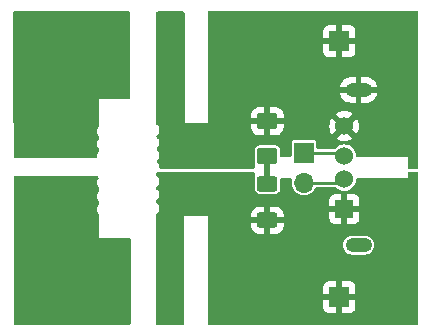
<source format=gbr>
%TF.GenerationSoftware,KiCad,Pcbnew,(7.0.0)*%
%TF.CreationDate,2023-03-03T15:02:14-06:00*%
%TF.ProjectId,Banana to USB Adapter,42616e61-6e61-4207-946f-205553422041,rev?*%
%TF.SameCoordinates,Original*%
%TF.FileFunction,Copper,L1,Top*%
%TF.FilePolarity,Positive*%
%FSLAX46Y46*%
G04 Gerber Fmt 4.6, Leading zero omitted, Abs format (unit mm)*
G04 Created by KiCad (PCBNEW (7.0.0)) date 2023-03-03 15:02:14*
%MOMM*%
%LPD*%
G01*
G04 APERTURE LIST*
G04 Aperture macros list*
%AMRoundRect*
0 Rectangle with rounded corners*
0 $1 Rounding radius*
0 $2 $3 $4 $5 $6 $7 $8 $9 X,Y pos of 4 corners*
0 Add a 4 corners polygon primitive as box body*
4,1,4,$2,$3,$4,$5,$6,$7,$8,$9,$2,$3,0*
0 Add four circle primitives for the rounded corners*
1,1,$1+$1,$2,$3*
1,1,$1+$1,$4,$5*
1,1,$1+$1,$6,$7*
1,1,$1+$1,$8,$9*
0 Add four rect primitives between the rounded corners*
20,1,$1+$1,$2,$3,$4,$5,0*
20,1,$1+$1,$4,$5,$6,$7,0*
20,1,$1+$1,$6,$7,$8,$9,0*
20,1,$1+$1,$8,$9,$2,$3,0*%
G04 Aperture macros list end*
%TA.AperFunction,ComponentPad*%
%ADD10R,1.700000X1.700000*%
%TD*%
%TA.AperFunction,ComponentPad*%
%ADD11C,0.800000*%
%TD*%
%TA.AperFunction,ComponentPad*%
%ADD12C,6.400000*%
%TD*%
%TA.AperFunction,ComponentPad*%
%ADD13R,1.524000X1.524000*%
%TD*%
%TA.AperFunction,ComponentPad*%
%ADD14C,1.524000*%
%TD*%
%TA.AperFunction,ComponentPad*%
%ADD15O,2.250000X1.200000*%
%TD*%
%TA.AperFunction,SMDPad,CuDef*%
%ADD16RoundRect,0.250000X0.625000X-0.400000X0.625000X0.400000X-0.625000X0.400000X-0.625000X-0.400000X0*%
%TD*%
%TA.AperFunction,SMDPad,CuDef*%
%ADD17RoundRect,0.250001X-0.624999X0.462499X-0.624999X-0.462499X0.624999X-0.462499X0.624999X0.462499X0*%
%TD*%
%TA.AperFunction,ComponentPad*%
%ADD18O,1.700000X1.700000*%
%TD*%
%TA.AperFunction,ViaPad*%
%ADD19C,0.800000*%
%TD*%
%TA.AperFunction,Conductor*%
%ADD20C,0.250000*%
%TD*%
%TA.AperFunction,Conductor*%
%ADD21C,0.500000*%
%TD*%
G04 APERTURE END LIST*
D10*
%TO.P,J3,1,Pin_1*%
%TO.N,GND*%
X152882599Y-88671399D03*
%TD*%
D11*
%TO.P,H1,1,1*%
%TO.N,/Positive*%
X126600138Y-108968250D03*
X127303082Y-107271194D03*
X127303082Y-110665306D03*
X129000138Y-106568250D03*
D12*
X129000138Y-108968250D03*
D11*
X129000138Y-111368250D03*
X130697194Y-107271194D03*
X130697194Y-110665306D03*
X131400138Y-108968250D03*
%TD*%
D13*
%TO.P,J1,1,VBUS*%
%TO.N,/Positive*%
X153306499Y-102864799D03*
D14*
%TO.P,J1,2,D-*%
%TO.N,Net-(J1-D-)*%
X153306500Y-100364800D03*
%TO.P,J1,3,D+*%
%TO.N,Net-(J1-D+)*%
X153306500Y-98364800D03*
%TO.P,J1,4,GND*%
%TO.N,GND*%
X153306500Y-95864800D03*
D15*
%TO.P,J1,5,Shield*%
X154506499Y-105934799D03*
X154506499Y-92794799D03*
%TD*%
D10*
%TO.P,J2,1,Pin_1*%
%TO.N,/Positive*%
X152882599Y-110337599D03*
%TD*%
D16*
%TO.P,R1,1*%
%TO.N,/Positive*%
X146790000Y-103820000D03*
%TO.P,R1,2*%
%TO.N,Net-(D1-A)*%
X146790000Y-100720000D03*
%TD*%
D11*
%TO.P,H2,1,1*%
%TO.N,GND*%
X126600138Y-89918250D03*
X127303082Y-88221194D03*
X127303082Y-91615306D03*
X129000138Y-87518250D03*
D12*
X129000138Y-89918250D03*
D11*
X129000138Y-92318250D03*
X130697194Y-88221194D03*
X130697194Y-91615306D03*
X131400138Y-89918250D03*
%TD*%
D17*
%TO.P,D1,1,K*%
%TO.N,GND*%
X146790000Y-95432500D03*
%TO.P,D1,2,A*%
%TO.N,Net-(D1-A)*%
X146790000Y-98407500D03*
%TD*%
D10*
%TO.P,J4,1,Pin_1*%
%TO.N,Net-(J1-D+)*%
X149893249Y-98105799D03*
D18*
%TO.P,J4,2,Pin_2*%
%TO.N,Net-(J1-D-)*%
X149893249Y-100645799D03*
%TD*%
D19*
%TO.N,GND*%
X144856200Y-86588600D03*
X144856200Y-95250000D03*
X144856200Y-88320880D03*
X144856200Y-90053160D03*
X144856200Y-91785440D03*
X144856200Y-93517720D03*
%TO.N,/Positive*%
X144856200Y-110535720D03*
X144856200Y-105415080D03*
X144856200Y-107121960D03*
X144856200Y-103708200D03*
X144856200Y-108828840D03*
X144856200Y-112242600D03*
%TD*%
D20*
%TO.N,GND*%
X138500000Y-88450000D02*
X138500000Y-91250000D01*
%TO.N,Net-(J1-D-)*%
X149893250Y-100645800D02*
X153025500Y-100645800D01*
X153025500Y-100645800D02*
X153306500Y-100364800D01*
%TO.N,Net-(J1-D+)*%
X149893250Y-98105800D02*
X153047500Y-98105800D01*
X153047500Y-98105800D02*
X153306500Y-98364800D01*
D21*
%TO.N,Net-(D1-A)*%
X146790000Y-98407500D02*
X146790000Y-100720000D01*
%TD*%
%TA.AperFunction,Conductor*%
%TO.N,/Positive*%
G36*
X132524500Y-105299500D02*
G01*
X132524500Y-105299901D01*
X132524459Y-105300000D01*
X132524500Y-105300099D01*
X132524617Y-105300383D01*
X132525000Y-105300541D01*
X132525099Y-105300500D01*
X132525500Y-105300500D01*
X133225000Y-106000000D01*
X133225000Y-112689248D01*
X125455557Y-112688955D01*
X125393642Y-112672388D01*
X125348269Y-112627118D01*
X125331562Y-112565240D01*
X125314242Y-105035755D01*
X125575000Y-104775000D01*
X132000000Y-104775000D01*
X132524500Y-105299500D01*
G37*
%TD.AperFunction*%
%TD*%
%TA.AperFunction,Conductor*%
%TO.N,GND*%
G36*
X133325000Y-92575000D02*
G01*
X131875000Y-94025000D01*
X125288916Y-94025000D01*
X125281067Y-90613308D01*
X125270986Y-86230705D01*
X125287491Y-86168610D01*
X125332860Y-86123109D01*
X125394908Y-86106423D01*
X133325000Y-86101608D01*
X133325000Y-92575000D01*
G37*
%TD.AperFunction*%
%TD*%
%TA.AperFunction,Conductor*%
%TO.N,/Positive*%
G36*
X145638000Y-99716613D02*
G01*
X145683387Y-99762000D01*
X145700000Y-99824000D01*
X145700000Y-100268810D01*
X145704380Y-100268804D01*
X145710269Y-100290766D01*
X145714500Y-100322883D01*
X145714500Y-101174266D01*
X145714769Y-101177141D01*
X145714770Y-101177149D01*
X145716649Y-101197187D01*
X145716649Y-101197191D01*
X145717354Y-101204699D01*
X145719842Y-101211811D01*
X145719844Y-101211817D01*
X145759138Y-101324113D01*
X145759139Y-101324116D01*
X145762207Y-101332882D01*
X145767722Y-101340355D01*
X145767724Y-101340358D01*
X145798851Y-101382533D01*
X145842850Y-101442150D01*
X145952118Y-101522793D01*
X146080301Y-101567646D01*
X146110734Y-101570500D01*
X147466373Y-101570500D01*
X147469266Y-101570500D01*
X147499699Y-101567646D01*
X147627882Y-101522793D01*
X147737150Y-101442150D01*
X147817793Y-101332882D01*
X147862646Y-101204699D01*
X147865500Y-101174266D01*
X147865500Y-100390151D01*
X147882089Y-100328193D01*
X147927417Y-100282812D01*
X147989355Y-100266151D01*
X148743574Y-100265274D01*
X148799369Y-100278465D01*
X148843268Y-100315345D01*
X148865883Y-100368032D01*
X148862379Y-100425260D01*
X148859718Y-100434032D01*
X148859714Y-100434047D01*
X148857950Y-100439866D01*
X148857353Y-100445918D01*
X148857353Y-100445923D01*
X148846185Y-100559313D01*
X148837667Y-100645800D01*
X148838264Y-100651861D01*
X148857352Y-100845669D01*
X148857353Y-100845675D01*
X148857950Y-100851734D01*
X148859717Y-100857559D01*
X148859718Y-100857564D01*
X148897083Y-100980739D01*
X148918018Y-101049754D01*
X148920888Y-101055123D01*
X148920890Y-101055128D01*
X149004643Y-101211817D01*
X149015565Y-101232250D01*
X149019428Y-101236957D01*
X149132737Y-101375026D01*
X149146840Y-101392210D01*
X149306800Y-101523485D01*
X149489296Y-101621032D01*
X149687316Y-101681100D01*
X149893250Y-101701383D01*
X150099184Y-101681100D01*
X150297204Y-101621032D01*
X150479700Y-101523485D01*
X150639660Y-101392210D01*
X150770935Y-101232250D01*
X150868482Y-101049754D01*
X150869421Y-101046655D01*
X150895507Y-101007617D01*
X150935735Y-100980739D01*
X150983187Y-100971300D01*
X152500463Y-100971300D01*
X152553480Y-100983205D01*
X152596315Y-101016634D01*
X152622617Y-101048683D01*
X152769176Y-101168962D01*
X152774548Y-101171833D01*
X152774552Y-101171836D01*
X152896386Y-101236957D01*
X152936385Y-101258337D01*
X153117817Y-101313373D01*
X153306500Y-101331957D01*
X153495183Y-101313373D01*
X153676615Y-101258337D01*
X153843824Y-101168962D01*
X153990383Y-101048683D01*
X154110662Y-100902124D01*
X154200037Y-100734915D01*
X154255073Y-100553483D01*
X154273090Y-100370552D01*
X154293364Y-100313857D01*
X154337955Y-100273395D01*
X154396347Y-100258708D01*
X158623000Y-100253800D01*
X158699200Y-100177600D01*
X158699200Y-99824000D01*
X158715813Y-99762000D01*
X158761200Y-99716613D01*
X158823200Y-99700000D01*
X159456500Y-99700000D01*
X159518500Y-99716613D01*
X159563887Y-99762000D01*
X159580500Y-99824000D01*
X159580500Y-112575300D01*
X159563887Y-112637300D01*
X159518500Y-112682687D01*
X159456500Y-112699300D01*
X141856347Y-112699300D01*
X141794391Y-112682712D01*
X141749010Y-112637388D01*
X141732347Y-112575452D01*
X141732335Y-112565318D01*
X141730703Y-111232118D01*
X151532600Y-111232118D01*
X151532953Y-111238714D01*
X151538173Y-111287267D01*
X151541711Y-111302241D01*
X151586147Y-111421377D01*
X151594562Y-111436789D01*
X151670098Y-111537692D01*
X151682507Y-111550101D01*
X151783410Y-111625637D01*
X151798822Y-111634052D01*
X151917958Y-111678488D01*
X151932932Y-111682026D01*
X151981485Y-111687246D01*
X151988082Y-111687600D01*
X152616274Y-111687600D01*
X152629149Y-111684149D01*
X152632600Y-111671274D01*
X153132600Y-111671274D01*
X153136050Y-111684149D01*
X153148926Y-111687600D01*
X153777118Y-111687600D01*
X153783714Y-111687246D01*
X153832267Y-111682026D01*
X153847241Y-111678488D01*
X153966377Y-111634052D01*
X153981789Y-111625637D01*
X154082692Y-111550101D01*
X154095101Y-111537692D01*
X154170637Y-111436789D01*
X154179052Y-111421377D01*
X154223488Y-111302241D01*
X154227026Y-111287267D01*
X154232246Y-111238714D01*
X154232600Y-111232118D01*
X154232600Y-110603926D01*
X154229149Y-110591050D01*
X154216274Y-110587600D01*
X153148926Y-110587600D01*
X153136050Y-110591050D01*
X153132600Y-110603926D01*
X153132600Y-111671274D01*
X152632600Y-111671274D01*
X152632600Y-110603926D01*
X152629149Y-110591050D01*
X152616274Y-110587600D01*
X151548926Y-110587600D01*
X151536050Y-110591050D01*
X151532600Y-110603926D01*
X151532600Y-111232118D01*
X141730703Y-111232118D01*
X141729282Y-110071274D01*
X151532600Y-110071274D01*
X151536050Y-110084149D01*
X151548926Y-110087600D01*
X152616274Y-110087600D01*
X152629149Y-110084149D01*
X152632600Y-110071274D01*
X153132600Y-110071274D01*
X153136050Y-110084149D01*
X153148926Y-110087600D01*
X154216274Y-110087600D01*
X154229149Y-110084149D01*
X154232600Y-110071274D01*
X154232600Y-109443082D01*
X154232246Y-109436485D01*
X154227026Y-109387932D01*
X154223488Y-109372958D01*
X154179052Y-109253822D01*
X154170637Y-109238410D01*
X154095101Y-109137507D01*
X154082692Y-109125098D01*
X153981789Y-109049562D01*
X153966377Y-109041147D01*
X153847241Y-108996711D01*
X153832267Y-108993173D01*
X153783714Y-108987953D01*
X153777118Y-108987600D01*
X153148926Y-108987600D01*
X153136050Y-108991050D01*
X153132600Y-109003926D01*
X153132600Y-110071274D01*
X152632600Y-110071274D01*
X152632600Y-109003926D01*
X152629149Y-108991050D01*
X152616274Y-108987600D01*
X151988082Y-108987600D01*
X151981485Y-108987953D01*
X151932932Y-108993173D01*
X151917958Y-108996711D01*
X151798822Y-109041147D01*
X151783410Y-109049562D01*
X151682507Y-109125098D01*
X151670098Y-109137507D01*
X151594562Y-109238410D01*
X151586147Y-109253822D01*
X151541711Y-109372958D01*
X151538173Y-109387932D01*
X151532953Y-109436485D01*
X151532600Y-109443082D01*
X151532600Y-110071274D01*
X141729282Y-110071274D01*
X141724219Y-105934800D01*
X153175935Y-105934800D01*
X153196132Y-106114055D01*
X153198428Y-106120619D01*
X153198430Y-106120624D01*
X153253413Y-106277756D01*
X153255711Y-106284322D01*
X153351684Y-106437062D01*
X153479238Y-106564616D01*
X153631978Y-106660589D01*
X153802245Y-106720168D01*
X153936546Y-106735300D01*
X155072970Y-106735300D01*
X155076454Y-106735300D01*
X155210755Y-106720168D01*
X155381022Y-106660589D01*
X155533762Y-106564616D01*
X155661316Y-106437062D01*
X155757289Y-106284322D01*
X155816868Y-106114055D01*
X155837065Y-105934800D01*
X155816868Y-105755545D01*
X155757289Y-105585278D01*
X155661316Y-105432538D01*
X155533762Y-105304984D01*
X155525672Y-105299901D01*
X155386912Y-105212712D01*
X155381022Y-105209011D01*
X155374459Y-105206714D01*
X155374456Y-105206713D01*
X155217325Y-105151731D01*
X155210755Y-105149432D01*
X155203833Y-105148652D01*
X155079918Y-105134690D01*
X155079912Y-105134689D01*
X155076454Y-105134300D01*
X153936546Y-105134300D01*
X153933088Y-105134689D01*
X153933081Y-105134690D01*
X153809166Y-105148652D01*
X153809164Y-105148652D01*
X153802245Y-105149432D01*
X153795676Y-105151730D01*
X153795674Y-105151731D01*
X153638543Y-105206713D01*
X153638536Y-105206715D01*
X153631978Y-105209011D01*
X153626090Y-105212710D01*
X153626087Y-105212712D01*
X153485138Y-105301276D01*
X153485133Y-105301279D01*
X153479238Y-105304984D01*
X153474313Y-105309908D01*
X153474309Y-105309912D01*
X153356612Y-105427609D01*
X153356608Y-105427613D01*
X153351684Y-105432538D01*
X153347979Y-105438433D01*
X153347976Y-105438438D01*
X153259412Y-105579387D01*
X153259410Y-105579390D01*
X153255711Y-105585278D01*
X153253415Y-105591836D01*
X153253413Y-105591843D01*
X153198430Y-105748975D01*
X153198428Y-105748982D01*
X153196132Y-105755545D01*
X153175935Y-105934800D01*
X141724219Y-105934800D01*
X141722178Y-104266829D01*
X145415001Y-104266829D01*
X145415321Y-104273111D01*
X145424805Y-104365959D01*
X145427623Y-104379122D01*
X145478370Y-104532267D01*
X145484432Y-104545266D01*
X145568890Y-104682194D01*
X145577794Y-104693455D01*
X145691544Y-104807205D01*
X145702805Y-104816109D01*
X145839733Y-104900567D01*
X145852732Y-104906629D01*
X146005874Y-104957375D01*
X146019041Y-104960194D01*
X146111890Y-104969680D01*
X146118168Y-104970000D01*
X146523674Y-104970000D01*
X146536549Y-104966549D01*
X146540000Y-104953674D01*
X146540000Y-104953673D01*
X147040000Y-104953673D01*
X147043450Y-104966548D01*
X147056326Y-104969999D01*
X147461829Y-104969999D01*
X147468111Y-104969678D01*
X147560959Y-104960194D01*
X147574122Y-104957376D01*
X147727267Y-104906629D01*
X147740266Y-104900567D01*
X147877194Y-104816109D01*
X147888455Y-104807205D01*
X148002205Y-104693455D01*
X148011109Y-104682194D01*
X148095567Y-104545266D01*
X148101629Y-104532267D01*
X148152375Y-104379125D01*
X148155194Y-104365958D01*
X148164680Y-104273109D01*
X148165000Y-104266832D01*
X148165000Y-104086326D01*
X148161549Y-104073450D01*
X148148674Y-104070000D01*
X147056326Y-104070000D01*
X147043450Y-104073450D01*
X147040000Y-104086326D01*
X147040000Y-104953673D01*
X146540000Y-104953673D01*
X146540000Y-104086326D01*
X146536549Y-104073450D01*
X146523674Y-104070000D01*
X145431327Y-104070000D01*
X145418451Y-104073450D01*
X145415001Y-104086326D01*
X145415001Y-104266829D01*
X141722178Y-104266829D01*
X141721449Y-103671318D01*
X152044500Y-103671318D01*
X152044853Y-103677914D01*
X152050073Y-103726467D01*
X152053611Y-103741441D01*
X152098047Y-103860577D01*
X152106462Y-103875989D01*
X152181998Y-103976892D01*
X152194407Y-103989301D01*
X152295310Y-104064837D01*
X152310722Y-104073252D01*
X152429858Y-104117688D01*
X152444832Y-104121226D01*
X152493385Y-104126446D01*
X152499982Y-104126800D01*
X153040174Y-104126800D01*
X153053049Y-104123349D01*
X153056500Y-104110474D01*
X153556500Y-104110474D01*
X153559950Y-104123349D01*
X153572826Y-104126800D01*
X154113018Y-104126800D01*
X154119614Y-104126446D01*
X154168167Y-104121226D01*
X154183141Y-104117688D01*
X154302277Y-104073252D01*
X154317689Y-104064837D01*
X154418592Y-103989301D01*
X154431001Y-103976892D01*
X154506537Y-103875989D01*
X154514952Y-103860577D01*
X154559388Y-103741441D01*
X154562926Y-103726467D01*
X154568146Y-103677914D01*
X154568500Y-103671318D01*
X154568500Y-103131126D01*
X154565049Y-103118250D01*
X154552174Y-103114800D01*
X153572826Y-103114800D01*
X153559950Y-103118250D01*
X153556500Y-103131126D01*
X153556500Y-104110474D01*
X153056500Y-104110474D01*
X153056500Y-103131126D01*
X153053049Y-103118250D01*
X153040174Y-103114800D01*
X152060826Y-103114800D01*
X152047950Y-103118250D01*
X152044500Y-103131126D01*
X152044500Y-103671318D01*
X141721449Y-103671318D01*
X141721305Y-103553674D01*
X145415000Y-103553674D01*
X145418450Y-103566549D01*
X145431326Y-103570000D01*
X146523674Y-103570000D01*
X146536549Y-103566549D01*
X146540000Y-103553674D01*
X147040000Y-103553674D01*
X147043450Y-103566549D01*
X147056326Y-103570000D01*
X148148673Y-103570000D01*
X148161548Y-103566549D01*
X148164999Y-103553674D01*
X148164999Y-103373171D01*
X148164678Y-103366888D01*
X148155194Y-103274040D01*
X148152376Y-103260877D01*
X148101629Y-103107732D01*
X148095567Y-103094733D01*
X148011109Y-102957805D01*
X148002205Y-102946544D01*
X147888455Y-102832794D01*
X147877194Y-102823890D01*
X147740266Y-102739432D01*
X147727267Y-102733370D01*
X147574125Y-102682624D01*
X147560958Y-102679805D01*
X147468109Y-102670319D01*
X147461832Y-102670000D01*
X147056326Y-102670000D01*
X147043450Y-102673450D01*
X147040000Y-102686326D01*
X147040000Y-103553674D01*
X146540000Y-103553674D01*
X146540000Y-102686327D01*
X146536549Y-102673451D01*
X146523674Y-102670001D01*
X146118171Y-102670001D01*
X146111888Y-102670321D01*
X146019040Y-102679805D01*
X146005877Y-102682623D01*
X145852732Y-102733370D01*
X145839733Y-102739432D01*
X145702805Y-102823890D01*
X145691544Y-102832794D01*
X145577794Y-102946544D01*
X145568890Y-102957805D01*
X145484432Y-103094733D01*
X145478370Y-103107732D01*
X145427624Y-103260874D01*
X145424805Y-103274041D01*
X145415319Y-103366890D01*
X145415000Y-103373168D01*
X145415000Y-103553674D01*
X141721305Y-103553674D01*
X141721178Y-103450098D01*
X141721219Y-103450000D01*
X141721061Y-103449617D01*
X141720777Y-103449500D01*
X141720677Y-103449459D01*
X141720578Y-103449500D01*
X139725099Y-103449500D01*
X139724999Y-103449459D01*
X139724801Y-103449541D01*
X139724617Y-103449617D01*
X139724616Y-103449617D01*
X139724616Y-103449618D01*
X139724557Y-103449761D01*
X139724459Y-103450000D01*
X139724500Y-103450100D01*
X139724531Y-103461726D01*
X139724531Y-103461729D01*
X139749162Y-112575165D01*
X139732661Y-112637306D01*
X139687259Y-112682831D01*
X139625162Y-112699500D01*
X137499509Y-112699500D01*
X137437506Y-112682886D01*
X137392119Y-112637495D01*
X137375509Y-112575491D01*
X137375526Y-112354170D01*
X137376208Y-103432699D01*
X137376250Y-103432600D01*
X137376092Y-103432217D01*
X137375808Y-103432100D01*
X137375709Y-103432059D01*
X137375610Y-103432100D01*
X137373124Y-103432100D01*
X137372694Y-103431455D01*
X137352305Y-103373384D01*
X137362348Y-103312662D01*
X137400351Y-103264249D01*
X137403595Y-103261760D01*
X137480102Y-103203054D01*
X137571147Y-103084403D01*
X137628380Y-102946230D01*
X137647901Y-102797952D01*
X137628380Y-102649674D01*
X137607172Y-102598474D01*
X152044500Y-102598474D01*
X152047950Y-102611349D01*
X152060826Y-102614800D01*
X153040174Y-102614800D01*
X153053049Y-102611349D01*
X153056500Y-102598474D01*
X153556500Y-102598474D01*
X153559950Y-102611349D01*
X153572826Y-102614800D01*
X154552174Y-102614800D01*
X154565049Y-102611349D01*
X154568500Y-102598474D01*
X154568500Y-102058282D01*
X154568146Y-102051685D01*
X154562926Y-102003132D01*
X154559388Y-101988158D01*
X154514952Y-101869022D01*
X154506537Y-101853610D01*
X154431001Y-101752707D01*
X154418592Y-101740298D01*
X154317689Y-101664762D01*
X154302277Y-101656347D01*
X154183141Y-101611911D01*
X154168167Y-101608373D01*
X154119614Y-101603153D01*
X154113018Y-101602800D01*
X153572826Y-101602800D01*
X153559950Y-101606250D01*
X153556500Y-101619126D01*
X153556500Y-102598474D01*
X153056500Y-102598474D01*
X153056500Y-101619126D01*
X153053049Y-101606250D01*
X153040174Y-101602800D01*
X152499982Y-101602800D01*
X152493385Y-101603153D01*
X152444832Y-101608373D01*
X152429858Y-101611911D01*
X152310722Y-101656347D01*
X152295310Y-101664762D01*
X152194407Y-101740298D01*
X152181998Y-101752707D01*
X152106462Y-101853610D01*
X152098047Y-101869022D01*
X152053611Y-101988158D01*
X152050073Y-102003132D01*
X152044853Y-102051685D01*
X152044500Y-102058282D01*
X152044500Y-102598474D01*
X137607172Y-102598474D01*
X137571147Y-102511502D01*
X137480102Y-102392850D01*
X137395704Y-102328089D01*
X137359979Y-102284558D01*
X137347191Y-102229714D01*
X137359979Y-102174870D01*
X137395705Y-102131338D01*
X137403595Y-102125284D01*
X137480102Y-102066578D01*
X137571147Y-101947927D01*
X137628380Y-101809754D01*
X137647901Y-101661476D01*
X137628380Y-101513198D01*
X137571147Y-101375026D01*
X137480102Y-101256374D01*
X137395704Y-101191613D01*
X137359979Y-101148082D01*
X137347191Y-101093238D01*
X137359979Y-101038394D01*
X137395705Y-100994862D01*
X137403595Y-100988808D01*
X137480102Y-100930102D01*
X137571147Y-100811451D01*
X137628380Y-100673278D01*
X137647901Y-100525000D01*
X137628380Y-100376722D01*
X137571147Y-100238550D01*
X137480102Y-100119898D01*
X137379153Y-100042437D01*
X137343428Y-99998906D01*
X137330640Y-99944062D01*
X137343428Y-99889218D01*
X137379154Y-99845686D01*
X137480102Y-99768226D01*
X137495226Y-99748515D01*
X137538760Y-99712788D01*
X137593604Y-99700000D01*
X145576000Y-99700000D01*
X145638000Y-99716613D01*
G37*
%TD.AperFunction*%
%TA.AperFunction,Conductor*%
G36*
X132432762Y-100112349D02*
G01*
X132478493Y-100162807D01*
X132490684Y-100229805D01*
X132465656Y-100293137D01*
X132431801Y-100337255D01*
X132431796Y-100337261D01*
X132426853Y-100343705D01*
X132423744Y-100351209D01*
X132423742Y-100351214D01*
X132372730Y-100474368D01*
X132372728Y-100474373D01*
X132369620Y-100481878D01*
X132368560Y-100489929D01*
X132368558Y-100489937D01*
X132351521Y-100619347D01*
X132350099Y-100630156D01*
X132351160Y-100638215D01*
X132368558Y-100770374D01*
X132368559Y-100770380D01*
X132369620Y-100778434D01*
X132372729Y-100785940D01*
X132372730Y-100785943D01*
X132423742Y-100909096D01*
X132426853Y-100916606D01*
X132477956Y-100983205D01*
X132482256Y-100988808D01*
X132501299Y-101024436D01*
X132507880Y-101064295D01*
X132507880Y-101332494D01*
X132501299Y-101372353D01*
X132482255Y-101407981D01*
X132431801Y-101473731D01*
X132431796Y-101473737D01*
X132426853Y-101480181D01*
X132423744Y-101487685D01*
X132423742Y-101487690D01*
X132372730Y-101610844D01*
X132372728Y-101610849D01*
X132369620Y-101618354D01*
X132368560Y-101626405D01*
X132368558Y-101626413D01*
X132358689Y-101701383D01*
X132350099Y-101766632D01*
X132351160Y-101774691D01*
X132368558Y-101906850D01*
X132368559Y-101906856D01*
X132369620Y-101914910D01*
X132426853Y-102053082D01*
X132431798Y-102059526D01*
X132431799Y-102059528D01*
X132482256Y-102125284D01*
X132501299Y-102160912D01*
X132507880Y-102200771D01*
X132507880Y-102468970D01*
X132501299Y-102508829D01*
X132482255Y-102544457D01*
X132431801Y-102610207D01*
X132431796Y-102610213D01*
X132426853Y-102616657D01*
X132423744Y-102624161D01*
X132423742Y-102624166D01*
X132372730Y-102747320D01*
X132372728Y-102747325D01*
X132369620Y-102754830D01*
X132368560Y-102762881D01*
X132368558Y-102762889D01*
X132351521Y-102892299D01*
X132350099Y-102903108D01*
X132351160Y-102911167D01*
X132368558Y-103043326D01*
X132368559Y-103043332D01*
X132369620Y-103051386D01*
X132372729Y-103058892D01*
X132372730Y-103058895D01*
X132423742Y-103182048D01*
X132426853Y-103189558D01*
X132431798Y-103196002D01*
X132431799Y-103196004D01*
X132482256Y-103261760D01*
X132501299Y-103297388D01*
X132507880Y-103337247D01*
X132507880Y-103405650D01*
X132512255Y-103405650D01*
X132520268Y-103435556D01*
X132518223Y-103436103D01*
X132524500Y-103467657D01*
X132524500Y-105299901D01*
X132524459Y-105300000D01*
X132524500Y-105300099D01*
X132524617Y-105300383D01*
X132525000Y-105300541D01*
X132525099Y-105300500D01*
X135075500Y-105300500D01*
X135137500Y-105317113D01*
X135182887Y-105362500D01*
X135199500Y-105424500D01*
X135199500Y-112565318D01*
X135182886Y-112627319D01*
X135137497Y-112672707D01*
X135075495Y-112689318D01*
X130300517Y-112689138D01*
X130235176Y-112670523D01*
X130189452Y-112620270D01*
X130177072Y-112553467D01*
X130201753Y-112490167D01*
X130256084Y-112449374D01*
X130504097Y-112354170D01*
X130510021Y-112351533D01*
X130849783Y-112178416D01*
X130855404Y-112175170D01*
X131175199Y-111967492D01*
X131180453Y-111963675D01*
X131421944Y-111768120D01*
X131429831Y-111756856D01*
X131423165Y-111744830D01*
X129011680Y-109333345D01*
X129000138Y-109326681D01*
X128988595Y-109333345D01*
X126577109Y-111744830D01*
X126570443Y-111756856D01*
X126578329Y-111768119D01*
X126819822Y-111963675D01*
X126825076Y-111967492D01*
X127144871Y-112175170D01*
X127150492Y-112178416D01*
X127490254Y-112351533D01*
X127496178Y-112354170D01*
X127743935Y-112449276D01*
X127798267Y-112490071D01*
X127822947Y-112553373D01*
X127810564Y-112620177D01*
X127764836Y-112670429D01*
X127699492Y-112689040D01*
X125455557Y-112688955D01*
X125393642Y-112672388D01*
X125348269Y-112627118D01*
X125331562Y-112565240D01*
X125331535Y-112553373D01*
X125326563Y-110392172D01*
X125345056Y-110326743D01*
X125395275Y-110280899D01*
X125462118Y-110268431D01*
X125525487Y-110293086D01*
X125566327Y-110347453D01*
X125614217Y-110472209D01*
X125616854Y-110478133D01*
X125789971Y-110817895D01*
X125793217Y-110823516D01*
X126000895Y-111143311D01*
X126004712Y-111148565D01*
X126200267Y-111390057D01*
X126211530Y-111397943D01*
X126223556Y-111391277D01*
X128635042Y-108979792D01*
X128641706Y-108968250D01*
X129358569Y-108968250D01*
X129365233Y-108979792D01*
X131776718Y-111391277D01*
X131788744Y-111397943D01*
X131800008Y-111390056D01*
X131995563Y-111148565D01*
X131999380Y-111143311D01*
X132207058Y-110823516D01*
X132210304Y-110817895D01*
X132383421Y-110478133D01*
X132386058Y-110472209D01*
X132522716Y-110116205D01*
X132524715Y-110110052D01*
X132623411Y-109741712D01*
X132624759Y-109735370D01*
X132684411Y-109358741D01*
X132685088Y-109352298D01*
X132705046Y-108971494D01*
X132705046Y-108965006D01*
X132685088Y-108584201D01*
X132684411Y-108577758D01*
X132624759Y-108201129D01*
X132623411Y-108194787D01*
X132524715Y-107826447D01*
X132522716Y-107820294D01*
X132386058Y-107464290D01*
X132383421Y-107458366D01*
X132210304Y-107118604D01*
X132207058Y-107112983D01*
X131999380Y-106793188D01*
X131995563Y-106787934D01*
X131800007Y-106546441D01*
X131788744Y-106538555D01*
X131776718Y-106545221D01*
X129365233Y-108956707D01*
X129358569Y-108968250D01*
X128641706Y-108968250D01*
X128635042Y-108956707D01*
X126223556Y-106545221D01*
X126211531Y-106538555D01*
X126200265Y-106546444D01*
X126004716Y-106787928D01*
X126000894Y-106793189D01*
X125793217Y-107112983D01*
X125789971Y-107118604D01*
X125616854Y-107458366D01*
X125614217Y-107464290D01*
X125559816Y-107606008D01*
X125519067Y-107660306D01*
X125455835Y-107685009D01*
X125389070Y-107672714D01*
X125338786Y-107627106D01*
X125320053Y-107561860D01*
X125316874Y-106179643D01*
X126570443Y-106179643D01*
X126577109Y-106191668D01*
X128988595Y-108603154D01*
X129000138Y-108609818D01*
X129011680Y-108603154D01*
X131423165Y-106191668D01*
X131429831Y-106179642D01*
X131421945Y-106168379D01*
X131180453Y-105972824D01*
X131175199Y-105969007D01*
X130855404Y-105761329D01*
X130849783Y-105758083D01*
X130510021Y-105584966D01*
X130504097Y-105582329D01*
X130148093Y-105445671D01*
X130141940Y-105443672D01*
X129773600Y-105344976D01*
X129767258Y-105343628D01*
X129390629Y-105283976D01*
X129384186Y-105283299D01*
X129003382Y-105263342D01*
X128996894Y-105263342D01*
X128616089Y-105283299D01*
X128609646Y-105283976D01*
X128233017Y-105343628D01*
X128226675Y-105344976D01*
X127858335Y-105443672D01*
X127852182Y-105445671D01*
X127496178Y-105582329D01*
X127490254Y-105584966D01*
X127150492Y-105758083D01*
X127144871Y-105761329D01*
X126825077Y-105969006D01*
X126819816Y-105972828D01*
X126578332Y-106168377D01*
X126570443Y-106179643D01*
X125316874Y-106179643D01*
X125303499Y-100364800D01*
X125303161Y-100217935D01*
X125319679Y-100155815D01*
X125365079Y-100110310D01*
X125427161Y-100093650D01*
X132367281Y-100093650D01*
X132432762Y-100112349D01*
G37*
%TD.AperFunction*%
%TD*%
%TA.AperFunction,Conductor*%
%TO.N,GND*%
G36*
X159518500Y-86123113D02*
G01*
X159563887Y-86168500D01*
X159580500Y-86230500D01*
X159580500Y-99370500D01*
X159563887Y-99432500D01*
X159518500Y-99477887D01*
X159456500Y-99494500D01*
X158823200Y-99494500D01*
X158761200Y-99477887D01*
X158715813Y-99432500D01*
X158699200Y-99370500D01*
X158699200Y-98492126D01*
X158699200Y-98475800D01*
X158682874Y-98475800D01*
X154396977Y-98475800D01*
X154338524Y-98461158D01*
X154293875Y-98420691D01*
X154273574Y-98363955D01*
X154255670Y-98182181D01*
X154255073Y-98176117D01*
X154200037Y-97994685D01*
X154152951Y-97906593D01*
X154113536Y-97832852D01*
X154113533Y-97832848D01*
X154110662Y-97827476D01*
X153990383Y-97680917D01*
X153843824Y-97560638D01*
X153838453Y-97557767D01*
X153838447Y-97557763D01*
X153681987Y-97474134D01*
X153681983Y-97474132D01*
X153676615Y-97471263D01*
X153670791Y-97469496D01*
X153670788Y-97469495D01*
X153501013Y-97417995D01*
X153501008Y-97417994D01*
X153495183Y-97416227D01*
X153489124Y-97415630D01*
X153489118Y-97415629D01*
X153312561Y-97398240D01*
X153306500Y-97397643D01*
X153300439Y-97398240D01*
X153123881Y-97415629D01*
X153123873Y-97415630D01*
X153117817Y-97416227D01*
X153111993Y-97417993D01*
X153111986Y-97417995D01*
X152942211Y-97469495D01*
X152942204Y-97469497D01*
X152936385Y-97471263D01*
X152931019Y-97474130D01*
X152931012Y-97474134D01*
X152774552Y-97557763D01*
X152774541Y-97557770D01*
X152769176Y-97560638D01*
X152764464Y-97564504D01*
X152764464Y-97564505D01*
X152627323Y-97677054D01*
X152627318Y-97677058D01*
X152622617Y-97680917D01*
X152618758Y-97685618D01*
X152618754Y-97685623D01*
X152599921Y-97708572D01*
X152585736Y-97725857D01*
X152578261Y-97734965D01*
X152535425Y-97768395D01*
X152482408Y-97780300D01*
X151067750Y-97780300D01*
X151005750Y-97763687D01*
X150960363Y-97718300D01*
X150943750Y-97656300D01*
X150943750Y-97242148D01*
X150943750Y-97236052D01*
X150932117Y-97177569D01*
X150887802Y-97111248D01*
X150865709Y-97096486D01*
X150831634Y-97073717D01*
X150831633Y-97073716D01*
X150821481Y-97066933D01*
X150809503Y-97064550D01*
X150809502Y-97064550D01*
X150768978Y-97056489D01*
X150768973Y-97056488D01*
X150762998Y-97055300D01*
X149023502Y-97055300D01*
X149017527Y-97056488D01*
X149017521Y-97056489D01*
X148976997Y-97064550D01*
X148976995Y-97064550D01*
X148965019Y-97066933D01*
X148954868Y-97073715D01*
X148954865Y-97073717D01*
X148908851Y-97104463D01*
X148908848Y-97104465D01*
X148898698Y-97111248D01*
X148891915Y-97121398D01*
X148891913Y-97121401D01*
X148861167Y-97167415D01*
X148861165Y-97167418D01*
X148854383Y-97177569D01*
X148852000Y-97189545D01*
X148852000Y-97189547D01*
X148843939Y-97230071D01*
X148843938Y-97230077D01*
X148842750Y-97236052D01*
X148842750Y-97242148D01*
X148842750Y-98351800D01*
X148826137Y-98413800D01*
X148780750Y-98459187D01*
X148718750Y-98475800D01*
X147989500Y-98475800D01*
X147927500Y-98459187D01*
X147882113Y-98413800D01*
X147865500Y-98351800D01*
X147865499Y-97893638D01*
X147865499Y-97893628D01*
X147865499Y-97890736D01*
X147862646Y-97860302D01*
X147817793Y-97732118D01*
X147800415Y-97708572D01*
X147760737Y-97654809D01*
X147737150Y-97622850D01*
X147658095Y-97564505D01*
X147635358Y-97547724D01*
X147635355Y-97547722D01*
X147627882Y-97542207D01*
X147619116Y-97539139D01*
X147619113Y-97539138D01*
X147545655Y-97513435D01*
X147499698Y-97497354D01*
X147492190Y-97496649D01*
X147492186Y-97496649D01*
X147472148Y-97494770D01*
X147472140Y-97494769D01*
X147469265Y-97494500D01*
X147466372Y-97494500D01*
X146113638Y-97494500D01*
X146113616Y-97494500D01*
X146110736Y-97494501D01*
X146107862Y-97494770D01*
X146107849Y-97494771D01*
X146087811Y-97496649D01*
X146087802Y-97496650D01*
X146080302Y-97497354D01*
X146073184Y-97499844D01*
X146073182Y-97499845D01*
X145960886Y-97539138D01*
X145960880Y-97539140D01*
X145952118Y-97542207D01*
X145944646Y-97547720D01*
X145944641Y-97547724D01*
X145850327Y-97617331D01*
X145850324Y-97617333D01*
X145842850Y-97622850D01*
X145837333Y-97630324D01*
X145837331Y-97630327D01*
X145767724Y-97724641D01*
X145767720Y-97724646D01*
X145762207Y-97732118D01*
X145759140Y-97740880D01*
X145759138Y-97740886D01*
X145731282Y-97820497D01*
X145717354Y-97860302D01*
X145716650Y-97867808D01*
X145716649Y-97867813D01*
X145714770Y-97887851D01*
X145714500Y-97890735D01*
X145714500Y-97893627D01*
X145714500Y-97893628D01*
X145714500Y-98421682D01*
X145710275Y-98453774D01*
X145704373Y-98475800D01*
X145700000Y-98475800D01*
X145700000Y-98492123D01*
X145700000Y-99370500D01*
X145683387Y-99432500D01*
X145638000Y-99477887D01*
X145576000Y-99494500D01*
X137770840Y-99494500D01*
X137708840Y-99477887D01*
X137663453Y-99432500D01*
X137646900Y-99370725D01*
X137647901Y-99363124D01*
X137628380Y-99214846D01*
X137571147Y-99076674D01*
X137480102Y-98958022D01*
X137454346Y-98938258D01*
X137418621Y-98894728D01*
X137405833Y-98839884D01*
X137418621Y-98785040D01*
X137454346Y-98741509D01*
X137480102Y-98721746D01*
X137571147Y-98603095D01*
X137628380Y-98464922D01*
X137647901Y-98316644D01*
X137628380Y-98168366D01*
X137571147Y-98030194D01*
X137480102Y-97911542D01*
X137473655Y-97906595D01*
X137473653Y-97906593D01*
X137437795Y-97879078D01*
X137402069Y-97835546D01*
X137389282Y-97780701D01*
X137402071Y-97725857D01*
X137437793Y-97682330D01*
X137480102Y-97649866D01*
X137571147Y-97531215D01*
X137628380Y-97393042D01*
X137647901Y-97244764D01*
X137628380Y-97096486D01*
X137571147Y-96958314D01*
X137538846Y-96916218D01*
X152612003Y-96916218D01*
X152619436Y-96924330D01*
X152668651Y-96958791D01*
X152677999Y-96964188D01*
X152868319Y-97052935D01*
X152878443Y-97056621D01*
X153081286Y-97110973D01*
X153091918Y-97112847D01*
X153301105Y-97131149D01*
X153311895Y-97131149D01*
X153521081Y-97112847D01*
X153531713Y-97110973D01*
X153734556Y-97056621D01*
X153744680Y-97052935D01*
X153934994Y-96964191D01*
X153944351Y-96958789D01*
X153993564Y-96924328D01*
X154000996Y-96916219D01*
X153995082Y-96906936D01*
X153318042Y-96229895D01*
X153306500Y-96223231D01*
X153294957Y-96229895D01*
X152617916Y-96906936D01*
X152612003Y-96916218D01*
X137538846Y-96916218D01*
X137480102Y-96839662D01*
X137437794Y-96807198D01*
X137402070Y-96763668D01*
X137389282Y-96708824D01*
X137402070Y-96653980D01*
X137437794Y-96610449D01*
X137480102Y-96577986D01*
X137571147Y-96459335D01*
X137628380Y-96321162D01*
X137647901Y-96172884D01*
X137628380Y-96024606D01*
X137594093Y-95941831D01*
X145415000Y-95941831D01*
X145415319Y-95948108D01*
X145424805Y-96040957D01*
X145427624Y-96054124D01*
X145478370Y-96207266D01*
X145484432Y-96220265D01*
X145568890Y-96357193D01*
X145577794Y-96368454D01*
X145691545Y-96482205D01*
X145702806Y-96491109D01*
X145839734Y-96575567D01*
X145852733Y-96581629D01*
X146005875Y-96632375D01*
X146019042Y-96635194D01*
X146111891Y-96644680D01*
X146118169Y-96645000D01*
X146523674Y-96645000D01*
X146536549Y-96641549D01*
X146540000Y-96628674D01*
X147040000Y-96628674D01*
X147043450Y-96641549D01*
X147056326Y-96645000D01*
X147461831Y-96645000D01*
X147468108Y-96644680D01*
X147560957Y-96635194D01*
X147574124Y-96632375D01*
X147727266Y-96581629D01*
X147740265Y-96575567D01*
X147877193Y-96491109D01*
X147888454Y-96482205D01*
X148002205Y-96368454D01*
X148011109Y-96357193D01*
X148095567Y-96220265D01*
X148101629Y-96207266D01*
X148152375Y-96054124D01*
X148155194Y-96040957D01*
X148164680Y-95948108D01*
X148165000Y-95941831D01*
X148165000Y-95870195D01*
X152040151Y-95870195D01*
X152058452Y-96079381D01*
X152060326Y-96090013D01*
X152114678Y-96292856D01*
X152118364Y-96302980D01*
X152207109Y-96493296D01*
X152212508Y-96502648D01*
X152246970Y-96551865D01*
X152255079Y-96559296D01*
X152264362Y-96553382D01*
X152941403Y-95876342D01*
X152948067Y-95864800D01*
X153664931Y-95864800D01*
X153671595Y-95876342D01*
X154348636Y-96553382D01*
X154357919Y-96559296D01*
X154366028Y-96551864D01*
X154400489Y-96502651D01*
X154405891Y-96493294D01*
X154494635Y-96302980D01*
X154498321Y-96292856D01*
X154552673Y-96090013D01*
X154554547Y-96079381D01*
X154572849Y-95870195D01*
X154572849Y-95859405D01*
X154554547Y-95650218D01*
X154552673Y-95639586D01*
X154498322Y-95436749D01*
X154494634Y-95426615D01*
X154405888Y-95236300D01*
X154400490Y-95226950D01*
X154366029Y-95177735D01*
X154357918Y-95170302D01*
X154348639Y-95176213D01*
X153671595Y-95853257D01*
X153664931Y-95864800D01*
X152948067Y-95864800D01*
X152941403Y-95853257D01*
X152264359Y-95176213D01*
X152255081Y-95170302D01*
X152246968Y-95177736D01*
X152212506Y-95226954D01*
X152207112Y-95236298D01*
X152118365Y-95426615D01*
X152114677Y-95436749D01*
X152060326Y-95639586D01*
X152058452Y-95650218D01*
X152040151Y-95859405D01*
X152040151Y-95870195D01*
X148165000Y-95870195D01*
X148165000Y-95698826D01*
X148161549Y-95685950D01*
X148148674Y-95682500D01*
X147056326Y-95682500D01*
X147043450Y-95685950D01*
X147040000Y-95698826D01*
X147040000Y-96628674D01*
X146540000Y-96628674D01*
X146540000Y-95698826D01*
X146536549Y-95685950D01*
X146523674Y-95682500D01*
X145431326Y-95682500D01*
X145418450Y-95685950D01*
X145415000Y-95698826D01*
X145415000Y-95941831D01*
X137594093Y-95941831D01*
X137571147Y-95886434D01*
X137480102Y-95767782D01*
X137419451Y-95721243D01*
X137378855Y-95666462D01*
X137373519Y-95600496D01*
X137374899Y-95600499D01*
X137375000Y-95600541D01*
X137375238Y-95600442D01*
X137375382Y-95600384D01*
X137375382Y-95600383D01*
X137375383Y-95600383D01*
X137375500Y-95600099D01*
X137375541Y-95600001D01*
X137375499Y-95599901D01*
X137373902Y-86273912D01*
X137390513Y-86211895D01*
X137435915Y-86166497D01*
X137497934Y-86149892D01*
X139650536Y-86150465D01*
X139712519Y-86167089D01*
X139757893Y-86212474D01*
X139774500Y-86274465D01*
X139774511Y-94799901D01*
X139774511Y-94799906D01*
X139774500Y-95573373D01*
X139774500Y-95599900D01*
X139774459Y-95600000D01*
X139774499Y-95600099D01*
X139774500Y-95600099D01*
X139774617Y-95600383D01*
X139775000Y-95600541D01*
X139775099Y-95600500D01*
X141731901Y-95600500D01*
X141732000Y-95600541D01*
X141732383Y-95600383D01*
X141732500Y-95600099D01*
X141732541Y-95600000D01*
X141732500Y-95599901D01*
X141732500Y-95166174D01*
X145415000Y-95166174D01*
X145418450Y-95179049D01*
X145431326Y-95182500D01*
X146523674Y-95182500D01*
X146536549Y-95179049D01*
X146540000Y-95166174D01*
X147040000Y-95166174D01*
X147043450Y-95179049D01*
X147056326Y-95182500D01*
X148148674Y-95182500D01*
X148161549Y-95179049D01*
X148165000Y-95166174D01*
X148165000Y-94923169D01*
X148164680Y-94916891D01*
X148155194Y-94824042D01*
X148152912Y-94813381D01*
X152612002Y-94813381D01*
X152617913Y-94822659D01*
X153294957Y-95499703D01*
X153306500Y-95506367D01*
X153318042Y-95499703D01*
X153995082Y-94822662D01*
X154000996Y-94813379D01*
X153993565Y-94805270D01*
X153944348Y-94770808D01*
X153934996Y-94765409D01*
X153744680Y-94676664D01*
X153734556Y-94672978D01*
X153531713Y-94618626D01*
X153521081Y-94616752D01*
X153311895Y-94598451D01*
X153301105Y-94598451D01*
X153091918Y-94616752D01*
X153081286Y-94618626D01*
X152878449Y-94672977D01*
X152868315Y-94676665D01*
X152677998Y-94765412D01*
X152668654Y-94770806D01*
X152619436Y-94805268D01*
X152612002Y-94813381D01*
X148152912Y-94813381D01*
X148152375Y-94810875D01*
X148101629Y-94657733D01*
X148095567Y-94644734D01*
X148011109Y-94507806D01*
X148002205Y-94496545D01*
X147888454Y-94382794D01*
X147877193Y-94373890D01*
X147740265Y-94289432D01*
X147727266Y-94283370D01*
X147574124Y-94232624D01*
X147560957Y-94229805D01*
X147468108Y-94220319D01*
X147461831Y-94220000D01*
X147056326Y-94220000D01*
X147043450Y-94223450D01*
X147040000Y-94236326D01*
X147040000Y-95166174D01*
X146540000Y-95166174D01*
X146540000Y-94236326D01*
X146536549Y-94223450D01*
X146523674Y-94220000D01*
X146118169Y-94220000D01*
X146111891Y-94220319D01*
X146019042Y-94229805D01*
X146005875Y-94232624D01*
X145852733Y-94283370D01*
X145839734Y-94289432D01*
X145702806Y-94373890D01*
X145691545Y-94382794D01*
X145577794Y-94496545D01*
X145568890Y-94507806D01*
X145484432Y-94644734D01*
X145478370Y-94657733D01*
X145427624Y-94810875D01*
X145424805Y-94824042D01*
X145415319Y-94916891D01*
X145415000Y-94923169D01*
X145415000Y-95166174D01*
X141732500Y-95166174D01*
X141732500Y-93047305D01*
X152913427Y-93047305D01*
X152913560Y-93058479D01*
X152935877Y-93150470D01*
X152939725Y-93161588D01*
X153022080Y-93341921D01*
X153027968Y-93352119D01*
X153142963Y-93513606D01*
X153150672Y-93522503D01*
X153294158Y-93659317D01*
X153303399Y-93666584D01*
X153470185Y-93773771D01*
X153480643Y-93779163D01*
X153664701Y-93852849D01*
X153675984Y-93856162D01*
X153870665Y-93893682D01*
X153882366Y-93894800D01*
X154240174Y-93894800D01*
X154253049Y-93891349D01*
X154256500Y-93878474D01*
X154756500Y-93878474D01*
X154759950Y-93891349D01*
X154772826Y-93894800D01*
X155080950Y-93894800D01*
X155086839Y-93894519D01*
X155234742Y-93880396D01*
X155246293Y-93878169D01*
X155436526Y-93822312D01*
X155447432Y-93817946D01*
X155623659Y-93727095D01*
X155633555Y-93720735D01*
X155789394Y-93598182D01*
X155797908Y-93590064D01*
X155927743Y-93440227D01*
X155934562Y-93430650D01*
X156033691Y-93258953D01*
X156038579Y-93248250D01*
X156103424Y-93060895D01*
X156104779Y-93055311D01*
X156104193Y-93047118D01*
X156093536Y-93044800D01*
X154772826Y-93044800D01*
X154759950Y-93048250D01*
X154756500Y-93061126D01*
X154756500Y-93878474D01*
X154256500Y-93878474D01*
X154256500Y-93061126D01*
X154253049Y-93048250D01*
X154240174Y-93044800D01*
X152924319Y-93044800D01*
X152913427Y-93047305D01*
X141732500Y-93047305D01*
X141732500Y-92534288D01*
X152908220Y-92534288D01*
X152908806Y-92542481D01*
X152919464Y-92544800D01*
X154240174Y-92544800D01*
X154253049Y-92541349D01*
X154256500Y-92528474D01*
X154756500Y-92528474D01*
X154759950Y-92541349D01*
X154772826Y-92544800D01*
X156088681Y-92544800D01*
X156099572Y-92542294D01*
X156099439Y-92531120D01*
X156077122Y-92439129D01*
X156073274Y-92428011D01*
X155990919Y-92247678D01*
X155985031Y-92237480D01*
X155870036Y-92075993D01*
X155862327Y-92067096D01*
X155718841Y-91930282D01*
X155709600Y-91923015D01*
X155542814Y-91815828D01*
X155532356Y-91810436D01*
X155348298Y-91736750D01*
X155337015Y-91733437D01*
X155142334Y-91695917D01*
X155130634Y-91694800D01*
X154772826Y-91694800D01*
X154759950Y-91698250D01*
X154756500Y-91711126D01*
X154756500Y-92528474D01*
X154256500Y-92528474D01*
X154256500Y-91711126D01*
X154253049Y-91698250D01*
X154240174Y-91694800D01*
X153932050Y-91694800D01*
X153926160Y-91695080D01*
X153778257Y-91709203D01*
X153766706Y-91711430D01*
X153576473Y-91767287D01*
X153565567Y-91771653D01*
X153389340Y-91862504D01*
X153379444Y-91868864D01*
X153223605Y-91991417D01*
X153215091Y-91999535D01*
X153085256Y-92149372D01*
X153078437Y-92158949D01*
X152979308Y-92330646D01*
X152974420Y-92341349D01*
X152909575Y-92528704D01*
X152908220Y-92534288D01*
X141732500Y-92534288D01*
X141732500Y-89565918D01*
X151532600Y-89565918D01*
X151532953Y-89572514D01*
X151538173Y-89621067D01*
X151541711Y-89636041D01*
X151586147Y-89755177D01*
X151594562Y-89770589D01*
X151670098Y-89871492D01*
X151682507Y-89883901D01*
X151783410Y-89959437D01*
X151798822Y-89967852D01*
X151917958Y-90012288D01*
X151932932Y-90015826D01*
X151981485Y-90021046D01*
X151988082Y-90021400D01*
X152616274Y-90021400D01*
X152629149Y-90017949D01*
X152632600Y-90005074D01*
X153132600Y-90005074D01*
X153136050Y-90017949D01*
X153148926Y-90021400D01*
X153777118Y-90021400D01*
X153783714Y-90021046D01*
X153832267Y-90015826D01*
X153847241Y-90012288D01*
X153966377Y-89967852D01*
X153981789Y-89959437D01*
X154082692Y-89883901D01*
X154095101Y-89871492D01*
X154170637Y-89770589D01*
X154179052Y-89755177D01*
X154223488Y-89636041D01*
X154227026Y-89621067D01*
X154232246Y-89572514D01*
X154232600Y-89565918D01*
X154232600Y-88937726D01*
X154229149Y-88924850D01*
X154216274Y-88921400D01*
X153148926Y-88921400D01*
X153136050Y-88924850D01*
X153132600Y-88937726D01*
X153132600Y-90005074D01*
X152632600Y-90005074D01*
X152632600Y-88937726D01*
X152629149Y-88924850D01*
X152616274Y-88921400D01*
X151548926Y-88921400D01*
X151536050Y-88924850D01*
X151532600Y-88937726D01*
X151532600Y-89565918D01*
X141732500Y-89565918D01*
X141732500Y-88405074D01*
X151532600Y-88405074D01*
X151536050Y-88417949D01*
X151548926Y-88421400D01*
X152616274Y-88421400D01*
X152629149Y-88417949D01*
X152632600Y-88405074D01*
X153132600Y-88405074D01*
X153136050Y-88417949D01*
X153148926Y-88421400D01*
X154216274Y-88421400D01*
X154229149Y-88417949D01*
X154232600Y-88405074D01*
X154232600Y-87776882D01*
X154232246Y-87770285D01*
X154227026Y-87721732D01*
X154223488Y-87706758D01*
X154179052Y-87587622D01*
X154170637Y-87572210D01*
X154095101Y-87471307D01*
X154082692Y-87458898D01*
X153981789Y-87383362D01*
X153966377Y-87374947D01*
X153847241Y-87330511D01*
X153832267Y-87326973D01*
X153783714Y-87321753D01*
X153777118Y-87321400D01*
X153148926Y-87321400D01*
X153136050Y-87324850D01*
X153132600Y-87337726D01*
X153132600Y-88405074D01*
X152632600Y-88405074D01*
X152632600Y-87337726D01*
X152629149Y-87324850D01*
X152616274Y-87321400D01*
X151988082Y-87321400D01*
X151981485Y-87321753D01*
X151932932Y-87326973D01*
X151917958Y-87330511D01*
X151798822Y-87374947D01*
X151783410Y-87383362D01*
X151682507Y-87458898D01*
X151670098Y-87471307D01*
X151594562Y-87572210D01*
X151586147Y-87587622D01*
X151541711Y-87706758D01*
X151538173Y-87721732D01*
X151532953Y-87770285D01*
X151532600Y-87776882D01*
X151532600Y-88405074D01*
X141732500Y-88405074D01*
X141732500Y-86230500D01*
X141749113Y-86168500D01*
X141794500Y-86123113D01*
X141856500Y-86106500D01*
X159456500Y-86106500D01*
X159518500Y-86123113D01*
G37*
%TD.AperFunction*%
%TA.AperFunction,Conductor*%
G36*
X135087754Y-86117094D02*
G01*
X135133154Y-86162313D01*
X135149917Y-86224159D01*
X135174080Y-93423284D01*
X135157607Y-93485460D01*
X135112201Y-93531018D01*
X135050081Y-93547700D01*
X132500097Y-93547700D01*
X132499995Y-93547659D01*
X132499780Y-93547749D01*
X132499617Y-93547817D01*
X132499616Y-93547819D01*
X132499614Y-93547820D01*
X132499535Y-93548015D01*
X132499459Y-93548200D01*
X132499500Y-93548301D01*
X132499596Y-93559436D01*
X132499596Y-93559437D01*
X132516545Y-95523621D01*
X132512325Y-95556783D01*
X132512253Y-95557050D01*
X132507880Y-95557050D01*
X132507880Y-95573373D01*
X132507880Y-95843902D01*
X132501299Y-95883761D01*
X132482255Y-95919389D01*
X132431801Y-95985139D01*
X132431796Y-95985145D01*
X132426853Y-95991589D01*
X132423744Y-95999093D01*
X132423742Y-95999098D01*
X132372730Y-96122252D01*
X132372728Y-96122257D01*
X132369620Y-96129762D01*
X132368560Y-96137813D01*
X132368558Y-96137821D01*
X132356437Y-96229895D01*
X132350099Y-96278040D01*
X132351160Y-96286099D01*
X132368558Y-96418258D01*
X132368559Y-96418264D01*
X132369620Y-96426318D01*
X132372729Y-96433824D01*
X132372730Y-96433827D01*
X132422252Y-96553382D01*
X132426853Y-96564490D01*
X132481106Y-96635194D01*
X132482256Y-96636692D01*
X132501299Y-96672320D01*
X132507880Y-96712179D01*
X132507880Y-96915782D01*
X132501299Y-96955641D01*
X132482255Y-96991269D01*
X132431801Y-97057019D01*
X132431796Y-97057025D01*
X132426853Y-97063469D01*
X132423744Y-97070973D01*
X132423742Y-97070978D01*
X132372730Y-97194132D01*
X132372728Y-97194137D01*
X132369620Y-97201642D01*
X132368560Y-97209693D01*
X132368558Y-97209701D01*
X132351521Y-97339111D01*
X132350099Y-97349920D01*
X132351160Y-97357979D01*
X132368558Y-97490138D01*
X132368559Y-97490144D01*
X132369620Y-97498198D01*
X132372729Y-97505704D01*
X132372730Y-97505707D01*
X132421253Y-97622850D01*
X132426853Y-97636370D01*
X132431798Y-97642814D01*
X132431799Y-97642816D01*
X132482256Y-97708572D01*
X132501299Y-97744200D01*
X132507880Y-97784059D01*
X132507880Y-97987662D01*
X132501299Y-98027521D01*
X132482255Y-98063149D01*
X132431801Y-98128899D01*
X132431796Y-98128905D01*
X132426853Y-98135349D01*
X132423744Y-98142853D01*
X132423742Y-98142858D01*
X132372730Y-98266012D01*
X132372728Y-98266017D01*
X132369620Y-98273522D01*
X132368560Y-98281573D01*
X132368558Y-98281581D01*
X132357714Y-98363955D01*
X132350099Y-98421800D01*
X132351160Y-98429859D01*
X132351160Y-98437985D01*
X132349797Y-98437985D01*
X132340551Y-98498056D01*
X132294794Y-98550231D01*
X132228169Y-98569650D01*
X125423085Y-98569650D01*
X125361167Y-98553085D01*
X125315793Y-98507815D01*
X125299085Y-98445935D01*
X125299067Y-98437985D01*
X125285883Y-92706856D01*
X126570443Y-92706856D01*
X126578329Y-92718119D01*
X126819822Y-92913675D01*
X126825076Y-92917492D01*
X127144871Y-93125170D01*
X127150492Y-93128416D01*
X127490254Y-93301533D01*
X127496178Y-93304170D01*
X127852182Y-93440828D01*
X127858335Y-93442827D01*
X128226675Y-93541523D01*
X128233017Y-93542871D01*
X128609646Y-93602523D01*
X128616089Y-93603200D01*
X128996894Y-93623158D01*
X129003382Y-93623158D01*
X129384186Y-93603200D01*
X129390629Y-93602523D01*
X129767258Y-93542871D01*
X129773600Y-93541523D01*
X130141940Y-93442827D01*
X130148093Y-93440828D01*
X130504097Y-93304170D01*
X130510021Y-93301533D01*
X130849783Y-93128416D01*
X130855404Y-93125170D01*
X131175199Y-92917492D01*
X131180453Y-92913675D01*
X131421944Y-92718120D01*
X131429831Y-92706856D01*
X131423165Y-92694830D01*
X129011680Y-90283345D01*
X129000137Y-90276681D01*
X128988595Y-90283345D01*
X126577109Y-92694830D01*
X126570443Y-92706856D01*
X125285883Y-92706856D01*
X125282480Y-91227334D01*
X125300973Y-91161903D01*
X125351192Y-91116059D01*
X125418036Y-91103591D01*
X125481405Y-91128247D01*
X125522244Y-91182613D01*
X125614217Y-91422209D01*
X125616854Y-91428133D01*
X125789971Y-91767895D01*
X125793217Y-91773516D01*
X126000895Y-92093311D01*
X126004712Y-92098565D01*
X126200267Y-92340057D01*
X126211530Y-92347943D01*
X126223556Y-92341277D01*
X128635042Y-89929792D01*
X128641706Y-89918249D01*
X129358569Y-89918249D01*
X129365233Y-89929792D01*
X131776718Y-92341277D01*
X131788744Y-92347943D01*
X131800008Y-92340056D01*
X131995563Y-92098565D01*
X131999380Y-92093311D01*
X132207058Y-91773516D01*
X132210304Y-91767895D01*
X132383421Y-91428133D01*
X132386058Y-91422209D01*
X132522716Y-91066205D01*
X132524715Y-91060052D01*
X132623411Y-90691712D01*
X132624759Y-90685370D01*
X132684411Y-90308741D01*
X132685088Y-90302298D01*
X132705046Y-89921494D01*
X132705046Y-89915006D01*
X132685088Y-89534201D01*
X132684411Y-89527758D01*
X132624759Y-89151129D01*
X132623411Y-89144787D01*
X132524715Y-88776447D01*
X132522716Y-88770294D01*
X132386058Y-88414290D01*
X132383421Y-88408366D01*
X132210304Y-88068604D01*
X132207058Y-88062983D01*
X131999380Y-87743188D01*
X131995563Y-87737934D01*
X131800007Y-87496441D01*
X131788744Y-87488555D01*
X131776718Y-87495221D01*
X129365233Y-89906707D01*
X129358569Y-89918249D01*
X128641706Y-89918249D01*
X128635042Y-89906707D01*
X126223556Y-87495221D01*
X126211531Y-87488555D01*
X126200265Y-87496444D01*
X126004716Y-87737928D01*
X126000894Y-87743189D01*
X125793217Y-88062983D01*
X125789971Y-88068604D01*
X125616854Y-88408366D01*
X125614217Y-88414290D01*
X125516259Y-88669479D01*
X125475511Y-88723776D01*
X125412278Y-88748480D01*
X125345514Y-88736185D01*
X125295229Y-88690577D01*
X125276495Y-88625326D01*
X125276018Y-88417949D01*
X125270986Y-86230705D01*
X125287491Y-86168610D01*
X125332860Y-86123109D01*
X125394908Y-86106423D01*
X127994306Y-86104845D01*
X128051582Y-86118827D01*
X128095927Y-86157680D01*
X128117315Y-86212622D01*
X128110911Y-86271232D01*
X128078163Y-86320259D01*
X128026474Y-86348620D01*
X127858335Y-86393672D01*
X127852182Y-86395671D01*
X127496178Y-86532329D01*
X127490254Y-86534966D01*
X127150492Y-86708083D01*
X127144871Y-86711329D01*
X126825077Y-86919006D01*
X126819816Y-86922828D01*
X126578332Y-87118377D01*
X126570443Y-87129643D01*
X126577109Y-87141668D01*
X128988595Y-89553154D01*
X129000137Y-89559818D01*
X129011680Y-89553154D01*
X131423165Y-87141668D01*
X131429831Y-87129642D01*
X131421945Y-87118379D01*
X131180453Y-86922824D01*
X131175199Y-86919007D01*
X130855404Y-86711329D01*
X130849783Y-86708083D01*
X130510021Y-86534966D01*
X130504097Y-86532329D01*
X130148093Y-86395671D01*
X130141945Y-86393674D01*
X129969252Y-86347401D01*
X129917582Y-86319057D01*
X129884833Y-86270060D01*
X129878402Y-86211478D01*
X129899742Y-86156544D01*
X129944034Y-86117666D01*
X130001269Y-86103626D01*
X135025843Y-86100575D01*
X135087754Y-86117094D01*
G37*
%TD.AperFunction*%
%TD*%
M02*

</source>
